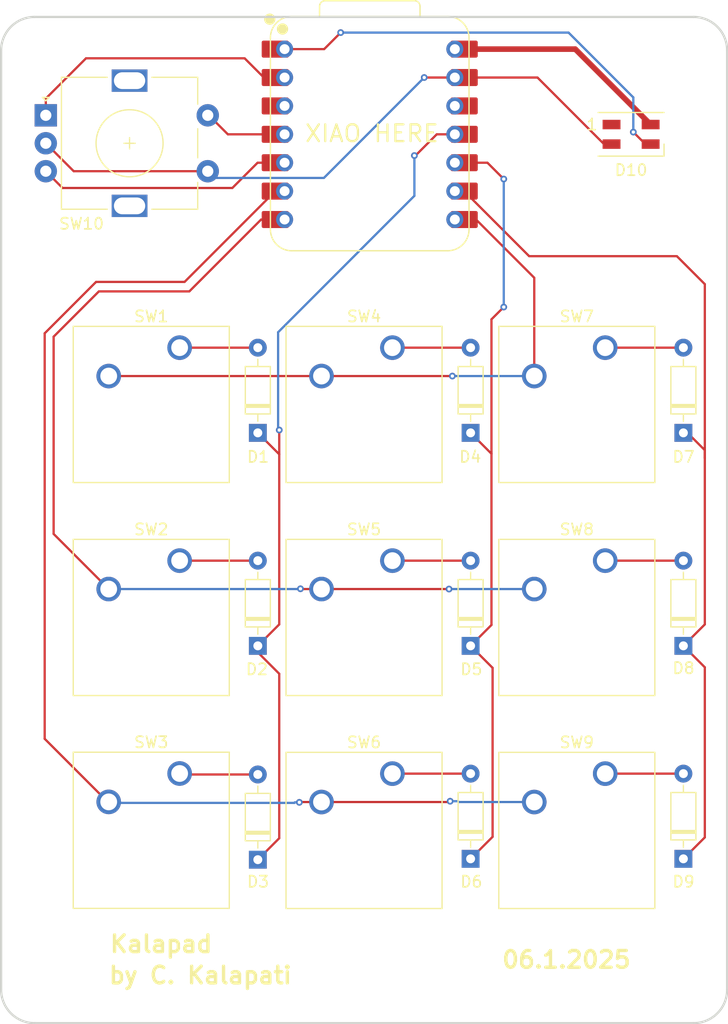
<source format=kicad_pcb>
(kicad_pcb (version 20240108) (generator "pcbnew") (generator_version "8.0")
  (layers (0 "F.Cu" signal) (31 "B.Cu" signal) (34 "B.Paste" user) (35 "F.Paste" user) (36 "B.SilkS" user "B.Silkscreen") (37 "F.SilkS" user "F.Silkscreen") (38 "B.Mask" user) (39 "F.Mask" user) (44 "Edge.Cuts" user))
  (net 0 "")
  (net 1 "Row0")
  (net 2 "Net-(D1-A)")
  (net 3 "Net-(D2-A)")
  (net 4 "Net-(D3-A)")
  (net 5 "Net-(D4-A)")
  (net 6 "Row1")
  (net 7 "Net-(D5-A)")
  (net 8 "Net-(D6-A)")
  (net 9 "Net-(D7-A)")
  (net 10 "Row2")
  (net 11 "Net-(D8-A)")
  (net 12 "Net-(D9-A)")
  (net 14 "+5V")
  (net 15 "Net-(D10-DIN)")
  (net 16 "GND")
  (net 17 "Col0")
  (net 18 "Col1")
  (net 19 "Col2")
  (net 20 "Net-(U1-GPIO6{slash}SDA)")
  (net 21 "Net-(U1-GPIO29{slash}ADC3{slash}A3)")
  (net 22 "Net-(U1-GPIO27{slash}ADC1{slash}A1)")
  (footprint "Button_Switch_Keyboard:SW_Cherry_MX_1.00u_PCB" (layer "F.Cu") (at 132.9825 115.17)
    (property "Reference" "SW3" (at -2.54 -2.794 0) (layer "F.SilkS"))
    (property "Value" "SW_Push")
    (fp_line (start -9.525 -1.905) (end 4.445 -1.905) (stroke (width 0.12)) (layer "F.SilkS"))
    (fp_line (start -9.525 12.065) (end -9.525 -1.905) (stroke (width 0.12)) (layer "F.SilkS"))
    (fp_line (start 4.445 -1.905) (end 4.445 12.065) (stroke (width 0.12)) (layer "F.SilkS"))
    (fp_line (start 4.445 12.065) (end -9.525 12.065) (stroke (width 0.12)) (layer "F.SilkS"))
    (pad "" np_thru_hole circle (at -7.62 5.08) (size 1.7 1.7) (drill 1.7) (layers "*.Cu" "*.Mask"))
    (pad "" np_thru_hole circle (at -2.54 5.08) (size 4 4) (drill 4) (layers "*.Cu" "*.Mask"))
    (pad "" np_thru_hole circle (at 2.54 5.08) (size 1.7 1.7) (drill 1.7) (layers "*.Cu" "*.Mask"))
    (pad "1" thru_hole circle (at 0 0) (size 2.2 2.2) (drill 1.5) (layers "*.Cu" "*.Mask") (net 4 "Net-(D3-A)"))
    (pad "2" thru_hole circle (at -6.35 2.54) (size 2.2 2.2) (drill 1.5) (layers "*.Cu" "*.Mask") (net 19 "Col2"))
  )
  (footprint "Diode_THT:D_DO-35_SOD27_P7.62mm_Horizontal" (layer "F.Cu") (at 139.9825 122.878 90)
    (property "Reference" "D3" (at -1.972 0.0175 180) (layer "F.SilkS"))
    (property "Value" "~")
    (fp_line (start 5.93 -1.12) (end 1.69 -1.12) (stroke (width 0.12)) (layer "F.SilkS"))
    (fp_line (start 2.53 -1.12) (end 2.53 1.12) (stroke (width 0.12)) (layer "F.SilkS"))
    (fp_line (start 2.41 -1.12) (end 2.41 1.12) (stroke (width 0.12)) (layer "F.SilkS"))
    (fp_line (start 2.29 -1.12) (end 2.29 1.12) (stroke (width 0.12)) (layer "F.SilkS"))
    (fp_line (start 1.69 -1.12) (end 1.69 1.12) (stroke (width 0.12)) (layer "F.SilkS"))
    (fp_line (start 6.58 0) (end 5.93 0) (stroke (width 0.12)) (layer "F.SilkS"))
    (fp_line (start 1.04 0) (end 1.69 0) (stroke (width 0.12)) (layer "F.SilkS"))
    (fp_line (start 5.93 1.12) (end 5.93 -1.12) (stroke (width 0.12)) (layer "F.SilkS"))
    (fp_line (start 1.69 1.12) (end 5.93 1.12) (stroke (width 0.12)) (layer "F.SilkS"))
    (pad "1" thru_hole rect (at 0 0 90) (size 1.6 1.6) (drill 0.8) (layers "*.Cu" "*.Mask") (net 1 "Row0"))
    (pad "2" thru_hole oval (at 7.62 0 90) (size 1.6 1.6) (drill 0.8) (layers "*.Cu" "*.Mask") (net 4 "Net-(D3-A)"))
  )
  (footprint "Button_Switch_Keyboard:SW_Cherry_MX_1.00u_PCB" (layer "F.Cu") (at 171.0825 115.182)
    (property "Reference" "SW9" (at -2.54 -2.794 0) (layer "F.SilkS"))
    (property "Value" "SW_Push")
    (fp_line (start -9.525 -1.905) (end 4.445 -1.905) (stroke (width 0.12)) (layer "F.SilkS"))
    (fp_line (start -9.525 12.065) (end -9.525 -1.905) (stroke (width 0.12)) (layer "F.SilkS"))
    (fp_line (start 4.445 -1.905) (end 4.445 12.065) (stroke (width 0.12)) (layer "F.SilkS"))
    (fp_line (start 4.445 12.065) (end -9.525 12.065) (stroke (width 0.12)) (layer "F.SilkS"))
    (pad "" np_thru_hole circle (at -7.62 5.08) (size 1.7 1.7) (drill 1.7) (layers "*.Cu" "*.Mask"))
    (pad "" np_thru_hole circle (at -2.54 5.08) (size 4 4) (drill 4) (layers "*.Cu" "*.Mask"))
    (pad "" np_thru_hole circle (at 2.54 5.08) (size 1.7 1.7) (drill 1.7) (layers "*.Cu" "*.Mask"))
    (pad "1" thru_hole circle (at 0 0) (size 2.2 2.2) (drill 1.5) (layers "*.Cu" "*.Mask") (net 12 "Net-(D9-A)"))
    (pad "2" thru_hole circle (at -6.35 2.54) (size 2.2 2.2) (drill 1.5) (layers "*.Cu" "*.Mask") (net 19 "Col2"))
  )
  (footprint "Diode_THT:D_DO-35_SOD27_P7.62mm_Horizontal" (layer "F.Cu") (at 139.9825 84.702 90)
    (property "Reference" "D1" (at -2.148 0.0175 180) (layer "F.SilkS"))
    (property "Value" "~")
    (fp_line (start 5.93 -1.12) (end 1.69 -1.12) (stroke (width 0.12)) (layer "F.SilkS"))
    (fp_line (start 2.53 -1.12) (end 2.53 1.12) (stroke (width 0.12)) (layer "F.SilkS"))
    (fp_line (start 2.41 -1.12) (end 2.41 1.12) (stroke (width 0.12)) (layer "F.SilkS"))
    (fp_line (start 2.29 -1.12) (end 2.29 1.12) (stroke (width 0.12)) (layer "F.SilkS"))
    (fp_line (start 1.69 -1.12) (end 1.69 1.12) (stroke (width 0.12)) (layer "F.SilkS"))
    (fp_line (start 6.58 0) (end 5.93 0) (stroke (width 0.12)) (layer "F.SilkS"))
    (fp_line (start 1.04 0) (end 1.69 0) (stroke (width 0.12)) (layer "F.SilkS"))
    (fp_line (start 5.93 1.12) (end 5.93 -1.12) (stroke (width 0.12)) (layer "F.SilkS"))
    (fp_line (start 1.69 1.12) (end 5.93 1.12) (stroke (width 0.12)) (layer "F.SilkS"))
    (pad "1" thru_hole rect (at 0 0 90) (size 1.6 1.6) (drill 0.8) (layers "*.Cu" "*.Mask") (net 1 "Row0"))
    (pad "2" thru_hole oval (at 7.62 0 90) (size 1.6 1.6) (drill 0.8) (layers "*.Cu" "*.Mask") (net 2 "Net-(D1-A)"))
  )
  (footprint "LED_SMD:LED_SK6812MINI_PLCC4_3.5x3.5mm_P1.75mm" (layer "F.Cu") (at 173.4 58)
    (property "Reference" "D10" (at 0 3.2 0) (layer "F.SilkS"))
    (property "Value" "SK6812MINI")
    (fp_line (start -2.95 -1.95) (end 2.95 -1.95) (stroke (width 0.12)) (layer "F.SilkS"))
    (fp_line (start -2.95 1.95) (end 2.95 1.95) (stroke (width 0.12)) (layer "F.SilkS"))
    (fp_line (start 2.95 1.95) (end 2.95 0.875) (stroke (width 0.12)) (layer "F.SilkS"))
    (fp_text user "1" (at -3.5 -0.875 0) (layer "F.SilkS"))
    (pad "1" smd rect (at -1.75 -0.875) (size 1.6 0.85) (layers "F.Cu" "F.Paste" "F.Mask"))
    (pad "2" smd rect (at -1.75 0.875) (size 1.6 0.85) (layers "F.Cu" "F.Paste" "F.Mask") (net 16 "GND"))
    (pad "3" smd rect (at 1.75 0.875) (size 1.6 0.85) (layers "F.Cu" "F.Paste" "F.Mask") (net 15 "Net-(D10-DIN)"))
    (pad "4" smd rect (at 1.75 -0.875) (size 1.6 0.85) (layers "F.Cu" "F.Paste" "F.Mask") (net 14 "+5V"))
  )
  (footprint "Button_Switch_Keyboard:SW_Cherry_MX_1.00u_PCB" (layer "F.Cu") (at 152.0325 115.182)
    (property "Reference" "SW6" (at -2.54 -2.794 0) (layer "F.SilkS"))
    (property "Value" "SW_Push")
    (fp_line (start -9.525 -1.905) (end 4.445 -1.905) (stroke (width 0.12)) (layer "F.SilkS"))
    (fp_line (start -9.525 12.065) (end -9.525 -1.905) (stroke (width 0.12)) (layer "F.SilkS"))
    (fp_line (start 4.445 -1.905) (end 4.445 12.065) (stroke (width 0.12)) (layer "F.SilkS"))
    (fp_line (start 4.445 12.065) (end -9.525 12.065) (stroke (width 0.12)) (layer "F.SilkS"))
    (pad "" np_thru_hole circle (at -7.62 5.08) (size 1.7 1.7) (drill 1.7) (layers "*.Cu" "*.Mask"))
    (pad "" np_thru_hole circle (at -2.54 5.08) (size 4 4) (drill 4) (layers "*.Cu" "*.Mask"))
    (pad "" np_thru_hole circle (at 2.54 5.08) (size 1.7 1.7) (drill 1.7) (layers "*.Cu" "*.Mask"))
    (pad "1" thru_hole circle (at 0 0) (size 2.2 2.2) (drill 1.5) (layers "*.Cu" "*.Mask") (net 8 "Net-(D6-A)"))
    (pad "2" thru_hole circle (at -6.35 2.54) (size 2.2 2.2) (drill 1.5) (layers "*.Cu" "*.Mask") (net 19 "Col2"))
  )
  (footprint "Diode_THT:D_DO-35_SOD27_P7.62mm_Horizontal" (layer "F.Cu") (at 139.9825 103.752 90)
    (property "Reference" "D2" (at -2.098 -0.0825 180) (layer "F.SilkS"))
    (property "Value" "~")
    (fp_line (start 5.93 -1.12) (end 1.69 -1.12) (stroke (width 0.12)) (layer "F.SilkS"))
    (fp_line (start 2.53 -1.12) (end 2.53 1.12) (stroke (width 0.12)) (layer "F.SilkS"))
    (fp_line (start 2.41 -1.12) (end 2.41 1.12) (stroke (width 0.12)) (layer "F.SilkS"))
    (fp_line (start 2.29 -1.12) (end 2.29 1.12) (stroke (width 0.12)) (layer "F.SilkS"))
    (fp_line (start 1.69 -1.12) (end 1.69 1.12) (stroke (width 0.12)) (layer "F.SilkS"))
    (fp_line (start 6.58 0) (end 5.93 0) (stroke (width 0.12)) (layer "F.SilkS"))
    (fp_line (start 1.04 0) (end 1.69 0) (stroke (width 0.12)) (layer "F.SilkS"))
    (fp_line (start 5.93 1.12) (end 5.93 -1.12) (stroke (width 0.12)) (layer "F.SilkS"))
    (fp_line (start 1.69 1.12) (end 5.93 1.12) (stroke (width 0.12)) (layer "F.SilkS"))
    (pad "1" thru_hole rect (at 0 0 90) (size 1.6 1.6) (drill 0.8) (layers "*.Cu" "*.Mask") (net 1 "Row0"))
    (pad "2" thru_hole oval (at 7.62 0 90) (size 1.6 1.6) (drill 0.8) (layers "*.Cu" "*.Mask") (net 3 "Net-(D2-A)"))
  )
  (footprint "Button_Switch_Keyboard:SW_Cherry_MX_1.00u_PCB" (layer "F.Cu") (at 132.9825 77.082)
    (property "Reference" "SW1" (at -2.54 -2.794 0) (layer "F.SilkS"))
    (property "Value" "SW_Push")
    (fp_line (start -9.525 -1.905) (end 4.445 -1.905) (stroke (width 0.12)) (layer "F.SilkS"))
    (fp_line (start -9.525 12.065) (end -9.525 -1.905) (stroke (width 0.12)) (layer "F.SilkS"))
    (fp_line (start 4.445 -1.905) (end 4.445 12.065) (stroke (width 0.12)) (layer "F.SilkS"))
    (fp_line (start 4.445 12.065) (end -9.525 12.065) (stroke (width 0.12)) (layer "F.SilkS"))
    (pad "" np_thru_hole circle (at -7.62 5.08) (size 1.7 1.7) (drill 1.7) (layers "*.Cu" "*.Mask"))
    (pad "" np_thru_hole circle (at -2.54 5.08) (size 4 4) (drill 4) (layers "*.Cu" "*.Mask"))
    (pad "" np_thru_hole circle (at 2.54 5.08) (size 1.7 1.7) (drill 1.7) (layers "*.Cu" "*.Mask"))
    (pad "1" thru_hole circle (at 0 0) (size 2.2 2.2) (drill 1.5) (layers "*.Cu" "*.Mask") (net 2 "Net-(D1-A)"))
    (pad "2" thru_hole circle (at -6.35 2.54) (size 2.2 2.2) (drill 1.5) (layers "*.Cu" "*.Mask") (net 17 "Col0"))
  )
  (footprint "Rotary_Encoder:RotaryEncoder_Alps_EC11E-Switch_Vertical_H20mm" (layer "F.Cu") (at 121 56.3)
    (property "Reference" "SW10" (at 3.2 9.7 0) (layer "F.SilkS"))
    (property "Value" "RotaryEncoder_Switch")
    (fp_line (start -0.3 -1.6) (end 0.3 -1.6) (stroke (width 0.12)) (layer "F.SilkS"))
    (fp_line (start 0 -1.3) (end -0.3 -1.6) (stroke (width 0.12)) (layer "F.SilkS"))
    (fp_line (start 0.3 -1.6) (end 0 -1.3) (stroke (width 0.12)) (layer "F.SilkS"))
    (fp_line (start 1.4 -3.4) (end 1.4 8.4) (stroke (width 0.12)) (layer "F.SilkS"))
    (fp_line (start 5.5 -3.4) (end 1.4 -3.4) (stroke (width 0.12)) (layer "F.SilkS"))
    (fp_line (start 5.5 8.4) (end 1.4 8.4) (stroke (width 0.12)) (layer "F.SilkS"))
    (fp_line (start 7 2.5) (end 8 2.5) (stroke (width 0.12)) (layer "F.SilkS"))
    (fp_line (start 7.5 2) (end 7.5 3) (stroke (width 0.12)) (layer "F.SilkS"))
    (fp_line (start 9.5 -3.4) (end 13.6 -3.4) (stroke (width 0.12)) (layer "F.SilkS"))
    (fp_line (start 13.6 -3.4) (end 13.6 -1) (stroke (width 0.12)) (layer "F.SilkS"))
    (fp_line (start 13.6 1.2) (end 13.6 3.8) (stroke (width 0.12)) (layer "F.SilkS"))
    (fp_line (start 13.6 6) (end 13.6 8.4) (stroke (width 0.12)) (layer "F.SilkS"))
    (fp_line (start 13.6 8.4) (end 9.5 8.4) (stroke (width 0.12)) (layer "F.SilkS"))
    (fp_circle (center 7.5 2.5) (end 10.5 2.5) (stroke (width 0.12)) (fill none) (layer "F.SilkS"))
    (pad "A" thru_hole rect (at 0 0) (size 2 2) (drill 1) (layers "*.Cu" "*.Mask") (net 22 "Net-(U1-GPIO27{slash}ADC1{slash}A1)"))
    (pad "B" thru_hole circle (at 0 5) (size 2 2) (drill 1) (layers "*.Cu" "*.Mask") (net 20 "Net-(U1-GPIO6{slash}SDA)"))
    (pad "C" thru_hole circle (at 0 2.5) (size 2 2) (drill 1) (layers "*.Cu" "*.Mask") (net 16 "GND"))
    (pad "MP" thru_hole rect (at 7.5 -3.1) (size 3.2 2) (drill oval 2.8 1.5) (layers "*.Cu" "*.Mask"))
    (pad "MP" thru_hole rect (at 7.5 8.1) (size 3.2 2) (drill oval 2.8 1.5) (layers "*.Cu" "*.Mask"))
    (pad "S1" thru_hole circle (at 14.5 5) (size 2 2) (drill 1) (layers "*.Cu" "*.Mask") (net 16 "GND"))
    (pad "S2" thru_hole circle (at 14.5 0) (size 2 2) (drill 1) (layers "*.Cu" "*.Mask") (net 21 "Net-(U1-GPIO29{slash}ADC3{slash}A3)"))
  )
  (footprint "Diode_THT:D_DO-35_SOD27_P7.62mm_Horizontal" (layer "F.Cu") (at 159.0325 122.802 90)
    (property "Reference" "D6" (at -2.048 0.0675 180) (layer "F.SilkS"))
    (property "Value" "~")
    (fp_line (start 5.93 -1.12) (end 1.69 -1.12) (stroke (width 0.12)) (layer "F.SilkS"))
    (fp_line (start 2.53 -1.12) (end 2.53 1.12) (stroke (width 0.12)) (layer "F.SilkS"))
    (fp_line (start 2.41 -1.12) (end 2.41 1.12) (stroke (width 0.12)) (layer "F.SilkS"))
    (fp_line (start 2.29 -1.12) (end 2.29 1.12) (stroke (width 0.12)) (layer "F.SilkS"))
    (fp_line (start 1.69 -1.12) (end 1.69 1.12) (stroke (width 0.12)) (layer "F.SilkS"))
    (fp_line (start 6.58 0) (end 5.93 0) (stroke (width 0.12)) (layer "F.SilkS"))
    (fp_line (start 1.04 0) (end 1.69 0) (stroke (width 0.12)) (layer "F.SilkS"))
    (fp_line (start 5.93 1.12) (end 5.93 -1.12) (stroke (width 0.12)) (layer "F.SilkS"))
    (fp_line (start 1.69 1.12) (end 5.93 1.12) (stroke (width 0.12)) (layer "F.SilkS"))
    (pad "1" thru_hole rect (at 0 0 90) (size 1.6 1.6) (drill 0.8) (layers "*.Cu" "*.Mask") (net 6 "Row1"))
    (pad "2" thru_hole oval (at 7.62 0 90) (size 1.6 1.6) (drill 0.8) (layers "*.Cu" "*.Mask") (net 8 "Net-(D6-A)"))
  )
  (footprint "MountingHole:MountingHole_3.2mm_M3" (layer "F.Cu") (at 178.4 51.1)
    (property "Reference" "REF**" (hide yes))
    (property "Value" "MountingHole_3.2mm_M3" (hide yes))
    (pad "" np_thru_hole circle (at 0 0) (size 3.2 3.2) (drill 3.2) (layers "*.Cu" "*.Mask"))
  )
  (footprint "Button_Switch_Keyboard:SW_Cherry_MX_1.00u_PCB" (layer "F.Cu") (at 132.9825 96.132)
    (property "Reference" "SW2" (at -2.54 -2.794 0) (layer "F.SilkS"))
    (property "Value" "SW_Push")
    (fp_line (start -9.525 -1.905) (end 4.445 -1.905) (stroke (width 0.12)) (layer "F.SilkS"))
    (fp_line (start -9.525 12.065) (end -9.525 -1.905) (stroke (width 0.12)) (layer "F.SilkS"))
    (fp_line (start 4.445 -1.905) (end 4.445 12.065) (stroke (width 0.12)) (layer "F.SilkS"))
    (fp_line (start 4.445 12.065) (end -9.525 12.065) (stroke (width 0.12)) (layer "F.SilkS"))
    (pad "" np_thru_hole circle (at -7.62 5.08) (size 1.7 1.7) (drill 1.7) (layers "*.Cu" "*.Mask"))
    (pad "" np_thru_hole circle (at -2.54 5.08) (size 4 4) (drill 4) (layers "*.Cu" "*.Mask"))
    (pad "" np_thru_hole circle (at 2.54 5.08) (size 1.7 1.7) (drill 1.7) (layers "*.Cu" "*.Mask"))
    (pad "1" thru_hole circle (at 0 0) (size 2.2 2.2) (drill 1.5) (layers "*.Cu" "*.Mask") (net 3 "Net-(D2-A)"))
    (pad "2" thru_hole circle (at -6.35 2.54) (size 2.2 2.2) (drill 1.5) (layers "*.Cu" "*.Mask") (net 18 "Col1"))
  )
  (footprint "Diode_THT:D_DO-35_SOD27_P7.62mm_Horizontal" (layer "F.Cu") (at 159.0325 103.752 90)
    (property "Reference" "D5" (at -2.098 0.0675 180) (layer "F.SilkS"))
    (property "Value" "~")
    (fp_line (start 5.93 -1.12) (end 1.69 -1.12) (stroke (width 0.12)) (layer "F.SilkS"))
    (fp_line (start 2.53 -1.12) (end 2.53 1.12) (stroke (width 0.12)) (layer "F.SilkS"))
    (fp_line (start 2.41 -1.12) (end 2.41 1.12) (stroke (width 0.12)) (layer "F.SilkS"))
    (fp_line (start 2.29 -1.12) (end 2.29 1.12) (stroke (width 0.12)) (layer "F.SilkS"))
    (fp_line (start 1.69 -1.12) (end 1.69 1.12) (stroke (width 0.12)) (layer "F.SilkS"))
    (fp_line (start 6.58 0) (end 5.93 0) (stroke (width 0.12)) (layer "F.SilkS"))
    (fp_line (start 1.04 0) (end 1.69 0) (stroke (width 0.12)) (layer "F.SilkS"))
    (fp_line (start 5.93 1.12) (end 5.93 -1.12) (stroke (width 0.12)) (layer "F.SilkS"))
    (fp_line (start 1.69 1.12) (end 5.93 1.12) (stroke (width 0.12)) (layer "F.SilkS"))
    (pad "1" thru_hole rect (at 0 0 90) (size 1.6 1.6) (drill 0.8) (layers "*.Cu" "*.Mask") (net 6 "Row1"))
    (pad "2" thru_hole oval (at 7.62 0 90) (size 1.6 1.6) (drill 0.8) (layers "*.Cu" "*.Mask") (net 7 "Net-(D5-A)"))
  )
  (footprint "Button_Switch_Keyboard:SW_Cherry_MX_1.00u_PCB" (layer "F.Cu") (at 152.0325 77.082)
    (property "Reference" "SW4" (at -2.54 -2.794 0) (layer "F.SilkS"))
    (property "Value" "SW_Push")
    (fp_line (start -9.525 -1.905) (end 4.445 -1.905) (stroke (width 0.12)) (layer "F.SilkS"))
    (fp_line (start -9.525 12.065) (end -9.525 -1.905) (stroke (width 0.12)) (layer "F.SilkS"))
    (fp_line (start 4.445 -1.905) (end 4.445 12.065) (stroke (width 0.12)) (layer "F.SilkS"))
    (fp_line (start 4.445 12.065) (end -9.525 12.065) (stroke (width 0.12)) (layer "F.SilkS"))
    (pad "" np_thru_hole circle (at -7.62 5.08) (size 1.7 1.7) (drill 1.7) (layers "*.Cu" "*.Mask"))
    (pad "" np_thru_hole circle (at -2.54 5.08) (size 4 4) (drill 4) (layers "*.Cu" "*.Mask"))
    (pad "" np_thru_hole circle (at 2.54 5.08) (size 1.7 1.7) (drill 1.7) (layers "*.Cu" "*.Mask"))
    (pad "1" thru_hole circle (at 0 0) (size 2.2 2.2) (drill 1.5) (layers "*.Cu" "*.Mask") (net 5 "Net-(D4-A)"))
    (pad "2" thru_hole circle (at -6.35 2.54) (size 2.2 2.2) (drill 1.5) (layers "*.Cu" "*.Mask") (net 17 "Col0"))
  )
  (footprint "Button_Switch_Keyboard:SW_Cherry_MX_1.00u_PCB" (layer "F.Cu") (at 171.0825 77.082)
    (property "Reference" "SW7" (at -2.54 -2.794 0) (layer "F.SilkS"))
    (property "Value" "SW_Push")
    (fp_line (start -9.525 -1.905) (end 4.445 -1.905) (stroke (width 0.12)) (layer "F.SilkS"))
    (fp_line (start -9.525 12.065) (end -9.525 -1.905) (stroke (width 0.12)) (layer "F.SilkS"))
    (fp_line (start 4.445 -1.905) (end 4.445 12.065) (stroke (width 0.12)) (layer "F.SilkS"))
    (fp_line (start 4.445 12.065) (end -9.525 12.065) (stroke (width 0.12)) (layer "F.SilkS"))
    (pad "" np_thru_hole circle (at -7.62 5.08) (size 1.7 1.7) (drill 1.7) (layers "*.Cu" "*.Mask"))
    (pad "" np_thru_hole circle (at -2.54 5.08) (size 4 4) (drill 4) (layers "*.Cu" "*.Mask"))
    (pad "" np_thru_hole circle (at 2.54 5.08) (size 1.7 1.7) (drill 1.7) (layers "*.Cu" "*.Mask"))
    (pad "1" thru_hole circle (at 0 0) (size 2.2 2.2) (drill 1.5) (layers "*.Cu" "*.Mask") (net 9 "Net-(D7-A)"))
    (pad "2" thru_hole circle (at -6.35 2.54) (size 2.2 2.2) (drill 1.5) (layers "*.Cu" "*.Mask") (net 17 "Col0"))
  )
  (footprint "MountingHole:MountingHole_3.2mm_M3" (layer "F.Cu") (at 120.6 133.8)
    (property "Reference" "REF**" (hide yes))
    (property "Value" "MountingHole_3.2mm_M3" (hide yes))
    (pad "" np_thru_hole circle (at 0 0) (size 3.2 3.2) (drill 3.2) (layers "*.Cu" "*.Mask"))
  )
  (footprint "Diode_THT:D_DO-35_SOD27_P7.62mm_Horizontal" (layer "F.Cu") (at 159.0325 84.702 90)
    (property "Reference" "D4" (at -2.148 -0.0325 180) (layer "F.SilkS"))
    (property "Value" "~")
    (fp_line (start 5.93 -1.12) (end 1.69 -1.12) (stroke (width 0.12)) (layer "F.SilkS"))
    (fp_line (start 2.53 -1.12) (end 2.53 1.12) (stroke (width 0.12)) (layer "F.SilkS"))
    (fp_line (start 2.41 -1.12) (end 2.41 1.12) (stroke (width 0.12)) (layer "F.SilkS"))
    (fp_line (start 2.29 -1.12) (end 2.29 1.12) (stroke (width 0.12)) (layer "F.SilkS"))
    (fp_line (start 1.69 -1.12) (end 1.69 1.12) (stroke (width 0.12)) (layer "F.SilkS"))
    (fp_line (start 6.58 0) (end 5.93 0) (stroke (width 0.12)) (layer "F.SilkS"))
    (fp_line (start 1.04 0) (end 1.69 0) (stroke (width 0.12)) (layer "F.SilkS"))
    (fp_line (start 5.93 1.12) (end 5.93 -1.12) (stroke (width 0.12)) (layer "F.SilkS"))
    (fp_line (start 1.69 1.12) (end 5.93 1.12) (stroke (width 0.12)) (layer "F.SilkS"))
    (pad "1" thru_hole rect (at 0 0 90) (size 1.6 1.6) (drill 0.8) (layers "*.Cu" "*.Mask") (net 6 "Row1"))
    (pad "2" thru_hole oval (at 7.62 0 90) (size 1.6 1.6) (drill 0.8) (layers "*.Cu" "*.Mask") (net 5 "Net-(D4-A)"))
  )
  (footprint "MountingHole:MountingHole_3.2mm_M3" (layer "F.Cu") (at 120.6 69.8)
    (property "Reference" "REF**" (hide yes))
    (property "Value" "MountingHole_3.2mm_M3" (hide yes))
    (pad "" np_thru_hole circle (at 0 0) (size 3.2 3.2) (drill 3.2) (layers "*.Cu" "*.Mask"))
  )
  (footprint "OPL:XIAO-RP2040-DIP" (layer "F.Cu") (at 150 58)
    (property "Reference" "U1" (hide yes))
    (property "Value" "XIAO-RP2040-DIP")
    (fp_line (start -8.89 8.509) (end -8.89 -8.636) (stroke (width 0.127)) (layer "F.SilkS"))
    (fp_line (start -6.985 10.414) (end 6.985 10.414) (stroke (width 0.127)) (layer "F.SilkS"))
    (fp_line (start -4.495 -10.541) (end -4.491272 -11.451272) (stroke (width 0.127)) (layer "F.SilkS"))
    (fp_line (start -3.991272 -11.951) (end 4.004 -11.951) (stroke (width 0.127)) (layer "F.SilkS"))
    (fp_line (start 4.504 -11.451) (end 4.504 -10.541) (stroke (width 0.127)) (layer "F.SilkS"))
    (fp_line (start 6.985 -10.541) (end -6.985 -10.541) (stroke (width 0.1)) (layer "F.SilkS"))
    (fp_line (start 6.985 -10.541) (end -6.985 -10.541) (stroke (width 0.127)) (layer "F.SilkS"))
    (fp_line (start 8.89 8.509) (end 8.89 -8.636) (stroke (width 0.127)) (layer "F.SilkS"))
    (fp_arc (start -8.89 -8.636) (mid -8.332038 -9.983038) (end -6.985 -10.541) (stroke (width 0.127)) (layer "F.SilkS"))
    (fp_arc (start -6.985 10.414) (mid -8.332038 9.856038) (end -8.89 8.509) (stroke (width 0.127)) (layer "F.SilkS"))
    (fp_arc (start -4.491272 -11.451272) (mid -4.344724 -11.804644) (end -3.991272 -11.951) (stroke (width 0.127)) (layer "F.SilkS"))
    (fp_arc (start 4.004 -11.951) (mid 4.357553 -11.804553) (end 4.504 -11.451) (stroke (width 0.127)) (layer "F.SilkS"))
    (fp_arc (start 6.985 -10.541) (mid 8.332038 -9.983038) (end 8.89 -8.636) (stroke (width 0.127)) (layer "F.SilkS"))
    (fp_arc (start 8.89 8.509) (mid 8.332038 9.856038) (end 6.985 10.414) (stroke (width 0.127)) (layer "F.SilkS"))
    (fp_circle (center -8.95 -10.3) (end -8.95 -10.554) (stroke (width 0.5)) (fill solid) (layer "F.SilkS"))
    (fp_circle (center -7.807 -9.42) (end -7.807 -9.674) (stroke (width 0.5)) (fill solid) (layer "F.SilkS"))
    (pad "1" smd roundrect (at -8.455 -7.62 180) (size 2.432 1.524) (layers "F.Cu" "F.Mask") (roundrect_rratio 0.1) (net 15 "Net-(D10-DIN)"))
    (pad "1" thru_hole circle (at -7.62 -7.62 180) (size 1.524 1.524) (drill 0.889) (layers "*.Cu" "*.Mask") (net 15 "Net-(D10-DIN)"))
    (pad "2" smd roundrect (at -8.455 -5.08 180) (size 2.432 1.524) (layers "F.Cu" "F.Mask") (roundrect_rratio 0.1) (net 22 "Net-(U1-GPIO27{slash}ADC1{slash}A1)"))
    (pad "2" thru_hole circle (at -7.62 -5.08 180) (size 1.524 1.524) (drill 0.889) (layers "*.Cu" "*.Mask") (net 22 "Net-(U1-GPIO27{slash}ADC1{slash}A1)"))
    (pad "3" smd roundrect (at -8.455 -2.54 180) (size 2.432 1.524) (layers "F.Cu" "F.Mask") (roundrect_rratio 0.1))
    (pad "3" thru_hole circle (at -7.62 -2.54 180) (size 1.524 1.524) (drill 0.889) (layers "*.Cu" "*.Mask"))
    (pad "4" smd roundrect (at -8.455 0 180) (size 2.432 1.524) (layers "F.Cu" "F.Mask") (roundrect_rratio 0.1) (net 21 "Net-(U1-GPIO29{slash}ADC3{slash}A3)"))
    (pad "4" thru_hole circle (at -7.62 0 180) (size 1.524 1.524) (drill 0.889) (layers "*.Cu" "*.Mask") (net 21 "Net-(U1-GPIO29{slash}ADC3{slash}A3)"))
    (pad "5" smd roundrect (at -8.455 2.54 180) (size 2.432 1.524) (layers "F.Cu" "F.Mask") (roundrect_rratio 0.1) (net 20 "Net-(U1-GPIO6{slash}SDA)"))
    (pad "5" thru_hole circle (at -7.62 2.54 180) (size 1.524 1.524) (drill 0.889) (layers "*.Cu" "*.Mask") (net 20 "Net-(U1-GPIO6{slash}SDA)"))
    (pad "6" smd roundrect (at -8.455 5.08 180) (size 2.432 1.524) (layers "F.Cu" "F.Mask") (roundrect_rratio 0.1) (net 19 "Col2"))
    (pad "6" thru_hole circle (at -7.62 5.08 180) (size 1.524 1.524) (drill 0.889) (layers "*.Cu" "*.Mask") (net 19 "Col2"))
    (pad "7" smd roundrect (at -8.455 7.62 180) (size 2.432 1.524) (layers "F.Cu" "F.Mask") (roundrect_rratio 0.1) (net 18 "Col1"))
    (pad "7" thru_hole circle (at -7.62 7.62 180) (size 1.524 1.524) (drill 0.889) (layers "*.Cu" "*.Mask") (net 18 "Col1"))
    (pad "8" thru_hole circle (at 7.62 7.62) (size 1.524 1.524) (drill 0.889) (layers "*.Cu" "*.Mask") (net 17 "Col0"))
    (pad "8" smd roundrect (at 8.455 7.62) (size 2.432 1.524) (layers "F.Cu" "F.Mask") (roundrect_rratio 0.1) (net 17 "Col0"))
    (pad "9" thru_hole circle (at 7.62 5.08) (size 1.524 1.524) (drill 0.889) (layers "*.Cu" "*.Mask") (net 10 "Row2"))
    (pad "9" smd roundrect (at 8.455 5.08) (size 2.432 1.524) (layers "F.Cu" "F.Mask") (roundrect_rratio 0.1) (net 10 "Row2"))
    (pad "10" thru_hole circle (at 7.62 2.54) (size 1.524 1.524) (drill 0.889) (layers "*.Cu" "*.Mask") (net 6 "Row1"))
    (pad "10" smd roundrect (at 8.455 2.54) (size 2.432 1.524) (layers "F.Cu" "F.Mask") (roundrect_rratio 0.1) (net 6 "Row1"))
    (pad "11" thru_hole circle (at 7.62 0) (size 1.524 1.524) (drill 0.889) (layers "*.Cu" "*.Mask") (net 1 "Row0"))
    (pad "11" smd roundrect (at 8.455 0) (size 2.432 1.524) (layers "F.Cu" "F.Mask") (roundrect_rratio 0.1) (net 1 "Row0"))
    (pad "12" thru_hole circle (at 7.62 -2.54) (size 1.524 1.524) (drill 0.889) (layers "*.Cu" "*.Mask"))
    (pad "12" smd roundrect (at 8.455 -2.54) (size 2.432 1.524) (layers "F.Cu" "F.Mask") (roundrect_rratio 0.1))
    (pad "13" thru_hole circle (at 7.62 -5.08) (size 1.524 1.524) (drill 0.889) (layers "*.Cu" "*.Mask") (net 16 "GND"))
    (pad "13" smd roundrect (at 8.455 -5.08) (size 2.432 1.524) (layers "F.Cu" "F.Mask") (roundrect_rratio 0.1) (net 16 "GND"))
    (pad "14" thru_hole circle (at 7.62 -7.62) (size 1.524 1.524) (drill 0.889) (layers "*.Cu" "*.Mask") (net 14 "+5V"))
    (pad "14" smd roundrect (at 8.455 -7.62) (size 2.432 1.524) (layers "F.Cu" "F.Mask") (roundrect_rratio 0.1) (net 14 "+5V"))
  )
  (footprint "Diode_THT:D_DO-35_SOD27_P7.62mm_Horizontal" (layer "F.Cu") (at 178.0825 122.802 90)
    (property "Reference" "D9" (at -2.048 0.0175 180) (layer "F.SilkS"))
    (property "Value" "~")
    (fp_line (start 5.93 -1.12) (end 1.69 -1.12) (stroke (width 0.12)) (layer "F.SilkS"))
    (fp_line (start 2.53 -1.12) (end 2.53 1.12) (stroke (width 0.12)) (layer "F.SilkS"))
    (fp_line (start 2.41 -1.12) (end 2.41 1.12) (stroke (width 0.12)) (layer "F.SilkS"))
    (fp_line (start 2.29 -1.12) (end 2.29 1.12) (stroke (width 0.12)) (layer "F.SilkS"))
    (fp_line (start 1.69 -1.12) (end 1.69 1.12) (stroke (width 0.12)) (layer "F.SilkS"))
    (fp_line (start 6.58 0) (end 5.93 0) (stroke (width 0.12)) (layer "F.SilkS"))
    (fp_line (start 1.04 0) (end 1.69 0) (stroke (width 0.12)) (layer "F.SilkS"))
    (fp_line (start 5.93 1.12) (end 5.93 -1.12) (stroke (width 0.12)) (layer "F.SilkS"))
    (fp_line (start 1.69 1.12) (end 5.93 1.12) (stroke (width 0.12)) (layer "F.SilkS"))
    (pad "1" thru_hole rect (at 0 0 90) (size 1.6 1.6) (drill 0.8) (layers "*.Cu" "*.Mask") (net 10 "Row2"))
    (pad "2" thru_hole oval (at 7.62 0 90) (size 1.6 1.6) (drill 0.8) (layers "*.Cu" "*.Mask") (net 12 "Net-(D9-A)"))
  )
  (footprint "MountingHole:MountingHole_3.2mm_M3" (layer "F.Cu") (at 178.4 133.8)
    (property "Reference" "REF**" (hide yes))
    (property "Value" "MountingHole_3.2mm_M3" (hide yes))
    (pad "" np_thru_hole circle (at 0 0) (size 3.2 3.2) (drill 3.2) (layers "*.Cu" "*.Mask"))
  )
  (footprint "Diode_THT:D_DO-35_SOD27_P7.62mm_Horizontal" (layer "F.Cu") (at 178.0825 84.702 90)
    (property "Reference" "D7" (at -2.148 0.0175 180) (layer "F.SilkS"))
    (property "Value" "~")
    (fp_line (start 5.93 -1.12) (end 1.69 -1.12) (stroke (width 0.12)) (layer "F.SilkS"))
    (fp_line (start 2.53 -1.12) (end 2.53 1.12) (stroke (width 0.12)) (layer "F.SilkS"))
    (fp_line (start 2.41 -1.12) (end 2.41 1.12) (stroke (width 0.12)) (layer "F.SilkS"))
    (fp_line (start 2.29 -1.12) (end 2.29 1.12) (stroke (width 0.12)) (layer "F.SilkS"))
    (fp_line (start 1.69 -1.12) (end 1.69 1.12) (stroke (width 0.12)) (layer "F.SilkS"))
    (fp_line (start 6.58 0) (end 5.93 0) (stroke (width 0.12)) (layer "F.SilkS"))
    (fp_line (start 1.04 0) (end 1.69 0) (stroke (width 0.12)) (layer "F.SilkS"))
    (fp_line (start 5.93 1.12) (end 5.93 -1.12) (stroke (width 0.12)) (layer "F.SilkS"))
    (fp_line (start 1.69 1.12) (end 5.93 1.12) (stroke (width 0.12)) (layer "F.SilkS"))
    (pad "1" thru_hole rect (at 0 0 90) (size 1.6 1.6) (drill 0.8) (layers "*.Cu" "*.Mask") (net 10 "Row2"))
    (pad "2" thru_hole oval (at 7.62 0 90) (size 1.6 1.6) (drill 0.8) (layers "*.Cu" "*.Mask") (net 9 "Net-(D7-A)"))
  )
  (footprint "Button_Switch_Keyboard:SW_Cherry_MX_1.00u_PCB" (layer "F.Cu") (at 171.0825 96.132)
    (property "Reference" "SW8" (at -2.54 -2.794 0) (layer "F.SilkS"))
    (property "Value" "SW_Push")
    (fp_line (start -9.525 -1.905) (end 4.445 -1.905) (stroke (width 0.12)) (layer "F.SilkS"))
    (fp_line (start -9.525 12.065) (end -9.525 -1.905) (stroke (width 0.12)) (layer "F.SilkS"))
    (fp_line (start 4.445 -1.905) (end 4.445 12.065) (stroke (width 0.12)) (layer "F.SilkS"))
    (fp_line (start 4.445 12.065) (end -9.525 12.065) (stroke (width 0.12)) (layer "F.SilkS"))
    (pad "" np_thru_hole circle (at -7.62 5.08) (size 1.7 1.7) (drill 1.7) (layers "*.Cu" "*.Mask"))
    (pad "" np_thru_hole circle (at -2.54 5.08) (size 4 4) (drill 4) (layers "*.Cu" "*.Mask"))
    (pad "" np_thru_hole circle (at 2.54 5.08) (size 1.7 1.7) (drill 1.7) (layers "*.Cu" "*.Mask"))
    (pad "1" thru_hole circle (at 0 0) (size 2.2 2.2) (drill 1.5) (layers "*.Cu" "*.Mask") (net 11 "Net-(D8-A)"))
    (pad "2" thru_hole circle (at -6.35 2.54) (size 2.2 2.2) (drill 1.5) (layers "*.Cu" "*.Mask") (net 18 "Col1"))
  )
  (footprint "Diode_THT:D_DO-35_SOD27_P7.62mm_Horizontal" (layer "F.Cu") (at 178.0825 103.752 90)
    (property "Reference" "D8" (at -1.998 0.0175 180) (layer "F.SilkS"))
    (property "Value" "~")
    (fp_line (start 5.93 -1.12) (end 1.69 -1.12) (stroke (width 0.12)) (layer "F.SilkS"))
    (fp_line (start 2.53 -1.12) (end 2.53 1.12) (stroke (width 0.12)) (layer "F.SilkS"))
    (fp_line (start 2.41 -1.12) (end 2.41 1.12) (stroke (width 0.12)) (layer "F.SilkS"))
    (fp_line (start 2.29 -1.12) (end 2.29 1.12) (stroke (width 0.12)) (layer "F.SilkS"))
    (fp_line (start 1.69 -1.12) (end 1.69 1.12) (stroke (width 0.12)) (layer "F.SilkS"))
    (fp_line (start 6.58 0) (end 5.93 0) (stroke (width 0.12)) (layer "F.SilkS"))
    (fp_line (start 1.04 0) (end 1.69 0) (stroke (width 0.12)) (layer "F.SilkS"))
    (fp_line (start 5.93 1.12) (end 5.93 -1.12) (stroke (width 0.12)) (layer "F.SilkS"))
    (fp_line (start 1.69 1.12) (end 5.93 1.12) (stroke (width 0.12)) (layer "F.SilkS"))
    (pad "1" thru_hole rect (at 0 0 90) (size 1.6 1.6) (drill 0.8) (layers "*.Cu" "*.Mask") (net 10 "Row2"))
    (pad "2" thru_hole oval (at 7.62 0 90) (size 1.6 1.6) (drill 0.8) (layers "*.Cu" "*.Mask") (net 11 "Net-(D8-A)"))
  )
  (footprint "Button_Switch_Keyboard:SW_Cherry_MX_1.00u_PCB" (layer "F.Cu") (at 152.0325 96.132)
    (property "Reference" "SW5" (at -2.54 -2.794 0) (layer "F.SilkS"))
    (property "Value" "SW_Push")
    (fp_line (start -9.525 -1.905) (end 4.445 -1.905) (stroke (width 0.12)) (layer "F.SilkS"))
    (fp_line (start -9.525 12.065) (end -9.525 -1.905) (stroke (width 0.12)) (layer "F.SilkS"))
    (fp_line (start 4.445 -1.905) (end 4.445 12.065) (stroke (width 0.12)) (layer "F.SilkS"))
    (fp_line (start 4.445 12.065) (end -9.525 12.065) (stroke (width 0.12)) (layer "F.SilkS"))
    (pad "" np_thru_hole circle (at -7.62 5.08) (size 1.7 1.7) (drill 1.7) (layers "*.Cu" "*.Mask"))
    (pad "" np_thru_hole circle (at -2.54 5.08) (size 4 4) (drill 4) (layers "*.Cu" "*.Mask"))
    (pad "" np_thru_hole circle (at 2.54 5.08) (size 1.7 1.7) (drill 1.7) (layers "*.Cu" "*.Mask"))
    (pad "1" thru_hole circle (at 0 0) (size 2.2 2.2) (drill 1.5) (layers "*.Cu" "*.Mask") (net 7 "Net-(D5-A)"))
    (pad "2" thru_hole circle (at -6.35 2.54) (size 2.2 2.2) (drill 1.5) (layers "*.Cu" "*.Mask") (net 18 "Col1"))
  )
  (gr_arc (start 120 137.5) (mid 117.87868 136.62132) (end 117 134.5) (stroke (width 0.2)) (layer "Edge.Cuts"))
  (gr_arc (start 179 47.5) (mid 181.12132 48.37868) (end 182 50.5) (stroke (width 0.2)) (layer "Edge.Cuts"))
  (gr_line (start 179 137.5) (end 120 137.5) (stroke (width 0.2)) (layer "Edge.Cuts"))
  (gr_arc (start 182 134.5) (mid 181.12132 136.62132) (end 179 137.5) (stroke (width 0.2)) (layer "Edge.Cuts"))
  (gr_arc (start 117 50.5) (mid 117.87868 48.37868) (end 120 47.5) (stroke (width 0.2)) (layer "Edge.Cuts"))
  (gr_line (start 120 47.5) (end 179 47.5) (stroke (width 0.2)) (layer "Edge.Cuts"))
  (gr_line (start 117 134.5) (end 117 50.5) (stroke (width 0.2)) (layer "Edge.Cuts"))
  (gr_line (start 182 50.5) (end 182 134.5) (stroke (width 0.2)) (layer "Edge.Cuts"))
  (gr_text "06.1.2025" (at 161.7 132.7 0) (layer "F.SilkS") (effects (font (size 1.5 1.5) (thickness 0.3) (bold yes)) (justify left bottom)))
  (gr_text "by C. Kalapati" (at 126.5 134.1 0) (layer "F.SilkS") (effects (font (size 1.5 1.5) (thickness 0.3) (bold yes)) (justify left bottom)))
  (gr_text "XIAO HERE" (at 144.1 58.8 0) (layer "F.SilkS") (effects (font (size 1.5 1.5) (thickness 0.2)) (justify left bottom)))
  (gr_text "Kalapad" (at 126.6 131.3 0) (layer "F.SilkS") (effects (font (size 1.5 1.5) (thickness 0.3) (bold yes)) (justify left bottom)))
  (segment (start 141.9 86.6195) (end 141.9 84.45) (width 0.2) (layer "F.Cu") (net 1))
  (segment (start 139.9825 103.752) (end 139.9825 104.3325) (width 0.2) (layer "F.Cu") (net 1))
  (segment (start 154.1 59.9) (end 156 58) (width 0.2) (layer "F.Cu") (net 1))
  (segment (start 141.9 101.8345) (end 139.9825 103.752) (width 0.2) (layer "F.Cu") (net 1))
  (segment (start 141.9 106.25) (end 141.9 120.9605) (width 0.2) (layer "F.Cu") (net 1))
  (segment (start 141.9 120.9605) (end 139.9825 122.878) (width 0.2) (layer "F.Cu") (net 1))
  (segment (start 141.9 86.6195) (end 141.9 101.8345) (width 0.2) (layer "F.Cu") (net 1))
  (segment (start 156 58) (end 157.62 58) (width 0.2) (layer "F.Cu") (net 1))
  (segment (start 154 59.9) (end 154.1 59.9) (width 0.2) (layer "F.Cu") (net 1))
  (segment (start 139.9825 104.3325) (end 141.9 106.25) (width 0.2) (layer "F.Cu") (net 1))
  (segment (start 139.9825 84.702) (end 141.9 86.6195) (width 0.2) (layer "F.Cu") (net 1))
  (via (at 141.9 84.45) (size 0.6) (drill 0.3) (layers "F.Cu" "B.Cu") (net 1))
  (via (at 154 59.9) (size 0.6) (drill 0.3) (layers "F.Cu" "B.Cu") (net 1))
  (segment (start 141.8 75.7) (end 154 63.5) (width 0.2) (layer "B.Cu") (net 1))
  (segment (start 141.8 84.35) (end 141.8 75.7) (width 0.2) (layer "B.Cu") (net 1))
  (segment (start 141.9 84.45) (end 141.8 84.35) (width 0.2) (layer "B.Cu") (net 1))
  (segment (start 154 63.5) (end 154 59.9) (width 0.2) (layer "B.Cu") (net 1))
  (segment (start 132.9825 77.082) (end 139.9825 77.082) (width 0.2) (layer "F.Cu") (net 2))
  (segment (start 132.9825 96.132) (end 139.9825 96.132) (width 0.2) (layer "F.Cu") (net 3))
  (segment (start 132.9825 115.258) (end 139.9825 115.258) (width 0.2) (layer "F.Cu") (net 4))
  (segment (start 152.0325 77.082) (end 159.0325 77.082) (width 0.2) (layer "F.Cu") (net 5))
  (segment (start 160.54 60.54) (end 162 62) (width 0.2) (layer "F.Cu") (net 6))
  (segment (start 159.0325 84.702) (end 160.9 86.5695) (width 0.2) (layer "F.Cu") (net 6))
  (segment (start 162 73.45) (end 160.9 74.55) (width 0.2) (layer "F.Cu") (net 6))
  (segment (start 158.455 60.54) (end 160.54 60.54) (width 0.2) (layer "F.Cu") (net 6))
  (segment (start 159.0325 103.752) (end 161 105.7195) (width 0.2) (layer "F.Cu") (net 6))
  (segment (start 160.9 101.8845) (end 159.0325 103.752) (width 0.2) (layer "F.Cu") (net 6))
  (segment (start 161 120.8345) (end 159.0325 122.802) (width 0.2) (layer "F.Cu") (net 6))
  (segment (start 161 105.7195) (end 161 120.8345) (width 0.2) (layer "F.Cu") (net 6))
  (segment (start 160.9 74.55) (end 160.9 86.5695) (width 0.2) (layer "F.Cu") (net 6))
  (segment (start 160.9 86.5695) (end 160.9 101.8845) (width 0.2) (layer "F.Cu") (net 6))
  (via (at 162 73.45) (size 0.6) (drill 0.3) (layers "F.Cu" "B.Cu") (net 6))
  (via (at 162 62) (size 0.6) (drill 0.3) (layers "F.Cu" "B.Cu") (net 6))
  (segment (start 162 62) (end 162 73.45) (width 0.2) (layer "B.Cu") (net 6))
  (segment (start 152.0325 96.132) (end 159.0325 96.132) (width 0.2) (layer "F.Cu") (net 7))
  (segment (start 152.0325 115.182) (end 159.0325 115.182) (width 0.2) (layer "F.Cu") (net 8))
  (segment (start 171.0825 77.082) (end 178.0825 77.082) (width 0.2) (layer "F.Cu") (net 9))
  (segment (start 180 86.95) (end 180 101.8345) (width 0.2) (layer "F.Cu") (net 10))
  (segment (start 180 105.6695) (end 180 120.8845) (width 0.2) (layer "F.Cu") (net 10))
  (segment (start 180 101.8345) (end 178.0825 103.752) (width 0.2) (layer "F.Cu") (net 10))
  (segment (start 180 86.25) (end 180 86.95) (width 0.2) (layer "F.Cu") (net 10))
  (segment (start 178.452 84.702) (end 180 86.25) (width 0.2) (layer "F.Cu") (net 10))
  (segment (start 164.275 68.9) (end 158.455 63.08) (width 0.2) (layer "F.Cu") (net 10))
  (segment (start 178.0825 103.752) (end 180 105.6695) (width 0.2) (layer "F.Cu") (net 10))
  (segment (start 177.5 68.9) (end 164.275 68.9) (width 0.2) (layer "F.Cu") (net 10))
  (segment (start 180 71.4) (end 177.5 68.9) (width 0.2) (layer "F.Cu") (net 10))
  (segment (start 178.0825 84.702) (end 178.452 84.702) (width 0.2) (layer "F.Cu") (net 10))
  (segment (start 180 86.95) (end 180 71.4) (width 0.2) (layer "F.Cu") (net 10))
  (segment (start 180 120.8845) (end 178.0825 122.802) (width 0.2) (layer "F.Cu") (net 10))
  (segment (start 171.0825 96.132) (end 178.0825 96.132) (width 0.2) (layer "F.Cu") (net 11))
  (segment (start 171.0825 115.182) (end 178.0825 115.182) (width 0.2) (layer "F.Cu") (net 12))
  (segment (start 168.405 50.38) (end 175.15 57.125) (width 0.5) (layer "F.Cu") (net 14))
  (segment (start 158.455 50.38) (end 168.405 50.38) (width 0.5) (layer "F.Cu") (net 14))
  (segment (start 145.92 50.38) (end 147.4 48.9) (width 0.2) (layer "F.Cu") (net 15))
  (segment (start 174.675 58.875) (end 173.6 57.8) (width 0.2) (layer "F.Cu") (net 15))
  (segment (start 142.38 50.38) (end 145.92 50.38) (width 0.2) (layer "F.Cu") (net 15))
  (segment (start 175.15 58.875) (end 174.675 58.875) (width 0.2) (layer "F.Cu") (net 15))
  (via (at 147.4 48.9) (size 0.6) (drill 0.3) (layers "F.Cu" "B.Cu") (net 15))
  (via (at 173.6 57.8) (size 0.6) (drill 0.3) (layers "F.Cu" "B.Cu") (net 15))
  (segment (start 167.8 48.9) (end 147.4 48.9) (width 0.2) (layer "B.Cu") (net 15))
  (segment (start 173.6 57.8) (end 173.6 54.7) (width 0.2) (layer "B.Cu") (net 15))
  (segment (start 173.6 54.7) (end 167.8 48.9) (width 0.2) (layer "B.Cu") (net 15))
  (segment (start 154.88 52.92) (end 157.62 52.92) (width 0.2) (layer "F.Cu") (net 16))
  (segment (start 165.02 52.92) (end 170.975 58.875) (width 0.2) (layer "F.Cu") (net 16))
  (segment (start 135.5 61.3) (end 123.5 61.3) (width 0.2) (layer "F.Cu") (net 16))
  (segment (start 123.5 61.3) (end 121 58.8) (width 0.2) (layer "F.Cu") (net 16))
  (segment (start 170.975 58.875) (end 171.65 58.875) (width 0.2) (layer "F.Cu") (net 16))
  (segment (start 157.62 52.92) (end 165.02 52.92) (width 0.2) (layer "F.Cu") (net 16))
  (via (at 154.88 52.92) (size 0.6) (drill 0.3) (layers "F.Cu" "B.Cu") (net 16))
  (segment (start 154.88 52.92) (end 145.9 61.9) (width 0.2) (layer "B.Cu") (net 16))
  (segment (start 145.9 61.9) (end 136.1 61.9) (width 0.2) (layer "B.Cu") (net 16))
  (segment (start 136.1 61.9) (end 135.5 61.3) (width 0.2) (layer "B.Cu") (net 16))
  (segment (start 157.4 79.622) (end 145.6825 79.622) (width 0.2) (layer "F.Cu") (net 17))
  (segment (start 164.7325 79.622) (end 164.7325 70.8325) (width 0.2) (layer "F.Cu") (net 17))
  (segment (start 159.52 65.62) (end 158.455 65.62) (width 0.2) (layer "F.Cu") (net 17))
  (segment (start 164.7325 70.8325) (end 159.52 65.62) (width 0.2) (layer "F.Cu") (net 17))
  (segment (start 145.6825 79.622) (end 126.6325 79.622) (width 0.2) (layer "F.Cu") (net 17))
  (segment (start 158.4345 65.62) (end 158.455 65.62) (width 0.2) (layer "F.Cu") (net 17))
  (via (at 157.4 79.622) (size 0.6) (drill 0.3) (layers "F.Cu" "B.Cu") (net 17))
  (segment (start 157.4 79.622) (end 164.7325 79.622) (width 0.2) (layer "B.Cu") (net 17))
  (segment (start 133.85 72.05) (end 140.28 65.62) (width 0.2) (layer "F.Cu") (net 18))
  (segment (start 157.1 98.672) (end 145.6825 98.672) (width 0.2) (layer "F.Cu") (net 18))
  (segment (start 121.7 93.7395) (end 121.7 76.1) (width 0.2) (layer "F.Cu") (net 18))
  (segment (start 125.75 72.05) (end 133.85 72.05) (width 0.2) (layer "F.Cu") (net 18))
  (segment (start 143.822 98.672) (end 143.8 98.65) (width 0.2) (layer "F.Cu") (net 18))
  (segment (start 145.6825 98.672) (end 143.822 98.672) (width 0.2) (layer "F.Cu") (net 18))
  (segment (start 126.6325 98.672) (end 121.7 93.7395) (width 0.2) (layer "F.Cu") (net 18))
  (segment (start 140.28 65.62) (end 141.545 65.62) (width 0.2) (layer "F.Cu") (net 18))
  (segment (start 121.7 76.1) (end 125.75 72.05) (width 0.2) (layer "F.Cu") (net 18))
  (via (at 143.8 98.65) (size 0.6) (drill 0.3) (layers "F.Cu" "B.Cu") (net 18))
  (via (at 157.1 98.672) (size 0.6) (drill 0.3) (layers "F.Cu" "B.Cu") (net 18))
  (segment (start 143.778 98.672) (end 126.6325 98.672) (width 0.2) (layer "B.Cu") (net 18))
  (segment (start 143.8 98.65) (end 143.778 98.672) (width 0.2) (layer "B.Cu") (net 18))
  (segment (start 157.1 98.672) (end 164.7325 98.672) (width 0.2) (layer "B.Cu") (net 18))
  (segment (start 126.6325 117.798) (end 120.9 112.0655) (width 0.2) (layer "F.Cu") (net 19))
  (segment (start 142.38 63.08) (end 141.96 63.5) (width 0.2) (layer "F.Cu") (net 19))
  (segment (start 143.7 117.75) (end 143.728 117.722) (width 0.2) (layer "F.Cu") (net 19))
  (segment (start 133.425 71.2) (end 141.545 63.08) (width 0.2) (layer "F.Cu") (net 19))
  (segment (start 143.728 117.722) (end 145.6825 117.722) (width 0.2) (layer "F.Cu") (net 19))
  (segment (start 120.9 112.0655) (end 120.9 75.8) (width 0.2) (layer "F.Cu") (net 19))
  (segment (start 145.6825 117.722) (end 157.128 117.722) (width 0.2) (layer "F.Cu") (net 19))
  (segment (start 125.5 71.2) (end 133.425 71.2) (width 0.2) (layer "F.Cu") (net 19))
  (segment (start 157.128 117.722) (end 157.2 117.65) (width 0.2) (layer "F.Cu") (net 19))
  (segment (start 120.9 75.8) (end 125.5 71.2) (width 0.2) (layer "F.Cu") (net 19))
  (via (at 157.2 117.65) (size 0.6) (drill 0.3) (layers "F.Cu" "B.Cu") (net 19))
  (via (at 143.7 117.75) (size 0.6) (drill 0.3) (layers "F.Cu" "B.Cu") (net 19))
  (segment (start 143.7 117.75) (end 143.3 117.75) (width 0.2) (layer "B.Cu") (net 19))
  (segment (start 157.2 117.65) (end 157.9 117.65) (width 0.2) (layer "B.Cu") (net 19))
  (segment (start 143.3 117.75) (end 143.252 117.798) (width 0.2) (layer "B.Cu") (net 19))
  (segment (start 143.252 117.798) (end 126.6325 117.798) (width 0.2) (layer "B.Cu") (net 19))
  (segment (start 157.9 117.65) (end 157.972 117.722) (width 0.2) (layer "B.Cu") (net 19))
  (segment (start 157.972 117.722) (end 164.7325 117.722) (width 0.2) (layer "B.Cu") (net 19))
  (segment (start 121 61.3) (end 122.5 62.8) (width 0.2) (layer "F.Cu") (net 20))
  (segment (start 139.96 60.54) (end 141.545 60.54) (width 0.2) (layer "F.Cu") (net 20))
  (segment (start 122.5 62.8) (end 137.7 62.8) (width 0.2) (layer "F.Cu") (net 20))
  (segment (start 137.7 62.8) (end 139.96 60.54) (width 0.2) (layer "F.Cu") (net 20))
  (segment (start 141.545 58) (end 137.3 58) (width 0.2) (layer "F.Cu") (net 21))
  (segment (start 137.3 58) (end 135.5 56.2) (width 0.2) (layer "F.Cu") (net 21))
  (segment (start 141.025 52.4) (end 141.545 52.92) (width 0.2) (layer "F.Cu") (net 22))
  (segment (start 141.545 52.92) (end 140.52 52.92) (width 0.2) (layer "F.Cu") (net 22))
  (segment (start 121 54.8) (end 121 56.3) (width 0.2) (layer "F.Cu") (net 22))
  (segment (start 124.6 51.2) (end 121 54.8) (width 0.2) (layer "F.Cu") (net 22))
  (segment (start 138.8 51.2) (end 124.6 51.2) (width 0.2) (layer "F.Cu") (net 22))
  (segment (start 140.52 52.92) (end 138.8 51.2) (width 0.2) (layer "F.Cu") (net 22))
)
</source>
